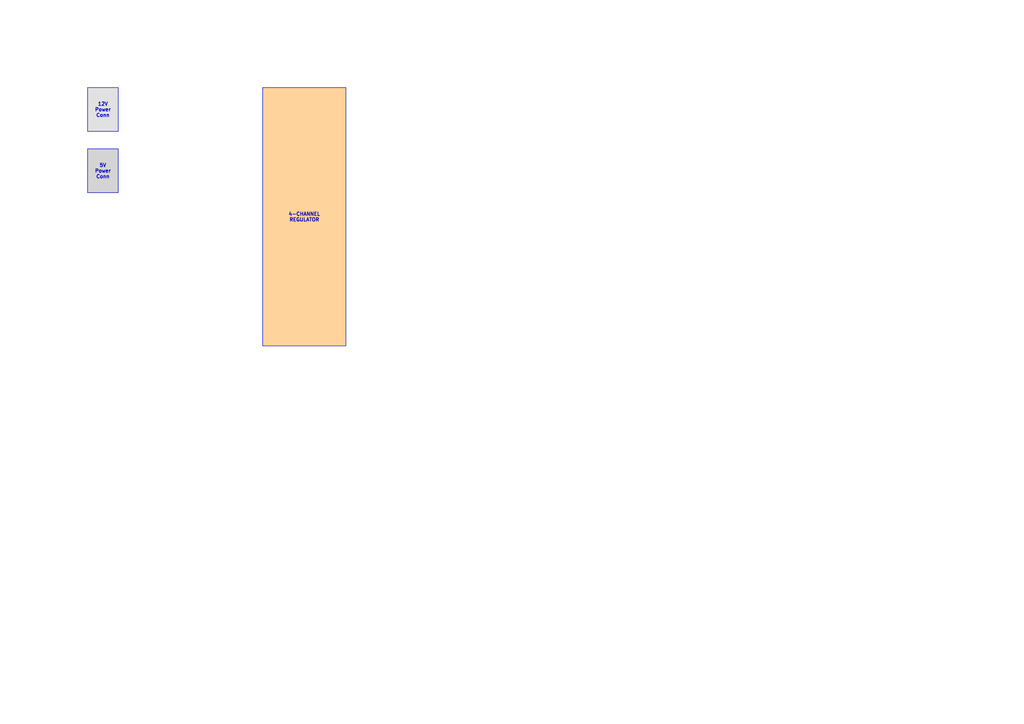
<source format=kicad_sch>
(kicad_sch (version 20230121) (generator eeschema)

  (uuid db61587c-2a27-4867-8062-1d5fbf83663a)

  (paper "A4")

  (lib_symbols
  )


  (text_box "4-CHANNEL\nREGULATOR"
    (at 76.2 25.4 0) (size 24.13 74.93)
    (stroke (width 0) (type default))
    (fill (type color) (color 255 169 56 0.5))
    (effects (font (size 1.016 1.016) (thickness 0.2032) bold))
    (uuid 13b6c8b6-07be-46fa-93f5-2a4115e5fe6d)
  )
  (text_box "12V\nPower Conn"
    (at 25.4 25.4 0) (size 8.89 12.7)
    (stroke (width 0) (type default))
    (fill (type color) (color 196 196 196 0.5))
    (effects (font (size 1.016 1.016) (thickness 0.2032) bold))
    (uuid 683df4df-8885-4110-a9da-00bd56ceed14)
  )
  (text_box "5V\nPower Conn"
    (at 25.4 43.18 0) (size 8.89 12.7)
    (stroke (width 0) (type default))
    (fill (type color) (color 170 170 170 0.5019607843))
    (effects (font (size 1.016 1.016) (thickness 0.2032) bold))
    (uuid dd776d6c-9fb6-4b0f-a652-2f23eb93fbc0)
  )
)

</source>
